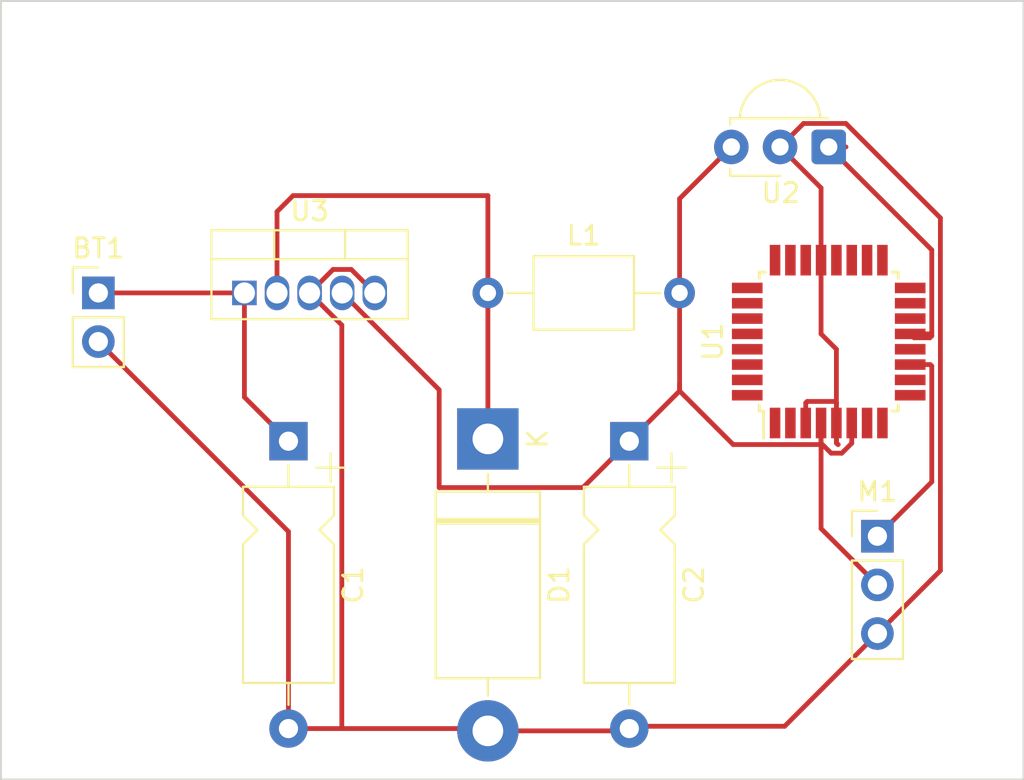
<source format=kicad_pcb>
(kicad_pcb (version 20221018) (generator pcbnew)
  (layers (0 "F.Cu" signal) (31 "B.Cu" signal) (34 "B.Paste" user) (35 "F.Paste" user) (36 "B.SilkS" user "B.Silkscreen") (37 "F.SilkS" user "F.Silkscreen") (38 "B.Mask" user) (39 "F.Mask" user) (44 "Edge.Cuts" user))
  (net 0 "")
  (net 1 "Net-(BT1-+)")
  (net 2 "Net-(BT1--)")
  (net 3 "Net-(M1-+)")
  (net 4 "Net-(D1-K)")
  (net 5 "Net-(M1-PWM)")
  (net 13 "Net-(U1-PB1)")
  (footprint "Inductor_THT:L_Axial_L5.0mm_D3.6mm_P10.00mm_Horizontal_Murata_BL01RN1A2A2" (layer "F.Cu") (at 149.86 104.14)
    (fp_text reference "L1" (at 5 -3) (layer "F.SilkS"))
    (fp_text value "100microH")
    (fp_line (start 1 0) (end 2.38 0) (stroke (width 0.12)) (layer "F.SilkS"))
    (fp_line (start 2.38 -1.92) (end 2.38 1.92) (stroke (width 0.12)) (layer "F.SilkS"))
    (fp_line (start 2.38 1.92) (end 7.62 1.92) (stroke (width 0.12)) (layer "F.SilkS"))
    (fp_line (start 7.62 -1.92) (end 2.38 -1.92) (stroke (width 0.12)) (layer "F.SilkS"))
    (fp_line (start 7.62 1.92) (end 7.62 -1.92) (stroke (width 0.12)) (layer "F.SilkS"))
    (fp_line (start 9 0) (end 7.62 0) (stroke (width 0.12)) (layer "F.SilkS"))
    (pad "1" thru_hole circle (at 0 0) (size 1.6 1.6) (drill 0.85) (layers "*.Cu" "*.Mask") (net 4 "Net-(D1-K)"))
    (pad "2" thru_hole oval (at 10 0) (size 1.6 1.6) (drill 0.85) (layers "*.Cu" "*.Mask") (net 3 "Net-(M1-+)"))
  )
  (footprint "Package_TO_SOT_THT:TO-220-5_Vertical" (layer "F.Cu") (at 137.16 104.14)
    (fp_text reference "U3" (at 3.4 -4.27) (layer "F.SilkS"))
    (fp_text value "LM2576T-5")
    (fp_line (start -1.721 -3.27) (end -1.721 1.371) (stroke (width 0.12)) (layer "F.SilkS"))
    (fp_line (start -1.721 -3.27) (end 8.52 -3.27) (stroke (width 0.12)) (layer "F.SilkS"))
    (fp_line (start -1.721 -1.76) (end 8.52 -1.76) (stroke (width 0.12)) (layer "F.SilkS"))
    (fp_line (start -1.721 1.371) (end 8.52 1.371) (stroke (width 0.12)) (layer "F.SilkS"))
    (fp_line (start 1.55 -3.27) (end 1.55 -1.76) (stroke (width 0.12)) (layer "F.SilkS"))
    (fp_line (start 5.25 -3.27) (end 5.25 -1.76) (stroke (width 0.12)) (layer "F.SilkS"))
    (fp_line (start 8.52 -3.27) (end 8.52 1.371) (stroke (width 0.12)) (layer "F.SilkS"))
    (pad "1" thru_hole rect (at 0 0) (size 1.275 1.275) (drill 1.1) (layers "*.Cu" "*.Mask") (net 1 "Net-(BT1-+)"))
    (pad "2" thru_hole oval (at 1.7 0) (size 1.275 1.8) (drill 1.1) (layers "*.Cu" "*.Mask") (net 4 "Net-(D1-K)"))
    (pad "3" thru_hole oval (at 3.4 0) (size 1.275 1.8) (drill 1.1) (layers "*.Cu" "*.Mask") (net 2 "Net-(BT1--)"))
    (pad "4" thru_hole oval (at 5.1 0) (size 1.275 1.8) (drill 1.1) (layers "*.Cu" "*.Mask") (net 3 "Net-(M1-+)"))
    (pad "5" thru_hole oval (at 6.8 0) (size 1.275 1.8) (drill 1.1) (layers "*.Cu" "*.Mask") (net 2 "Net-(BT1--)"))
  )
  (footprint "OptoDevice:Vishay_MINICAST-3Pin" (layer "F.Cu") (at 167.64 96.52 180)
    (fp_text reference "U2" (at 2.5 -2.4) (layer "F.SilkS"))
    (fp_text value "TSSP58P38")
    (fp_line (start 5.14 -1.51) (end 2.54 -1.51) (stroke (width 0.12)) (layer "F.SilkS"))
    (fp_line (start 5.14 -1.16) (end 5.14 -1.51) (stroke (width 0.12)) (layer "F.SilkS"))
    (fp_line (start 5.14 1.16) (end 5.14 1.5) (stroke (width 0.12)) (layer "F.SilkS"))
    (fp_line (start 5.14 1.5) (end 0.05 1.5) (stroke (width 0.12)) (layer "F.SilkS"))
    (fp_arc (start 4.64 1.5) (mid 2.540869 3.502379) (end 0.440083 1.501736) (stroke (width 0.12)) (layer "F.SilkS"))
    (pad "1" thru_hole roundrect (at 0 0 180) (size 1.8 1.8) (drill 0.9) (layers "*.Cu" "*.Mask") (roundrect_rratio 0.139) (net 13 "Net-(U1-PB1)"))
    (pad "2" thru_hole circle (at 2.54 0 180) (size 1.8 1.8) (drill 0.9) (layers "*.Cu" "*.Mask") (net 2 "Net-(BT1--)"))
    (pad "3" thru_hole circle (at 5.08 0 180) (size 1.8 1.8) (drill 0.9) (layers "*.Cu" "*.Mask") (net 3 "Net-(M1-+)"))
  )
  (footprint "Diode_THT:D_DO-201AD_P15.24mm_Horizontal" (layer "F.Cu") (at 149.86 111.76 -90)
    (fp_text reference "D1" (at 7.62 -3.72 90) (layer "F.SilkS"))
    (fp_text value "1N5822")
    (fp_text user "K" (at 0 -2.6 90) (layer "F.SilkS"))
    (fp_line (start 1.84 0) (end 2.75 0) (stroke (width 0.12)) (layer "F.SilkS"))
    (fp_line (start 2.75 -2.72) (end 2.75 2.72) (stroke (width 0.12)) (layer "F.SilkS"))
    (fp_line (start 2.75 2.72) (end 12.49 2.72) (stroke (width 0.12)) (layer "F.SilkS"))
    (fp_line (start 4.175 -2.72) (end 4.175 2.72) (stroke (width 0.12)) (layer "F.SilkS"))
    (fp_line (start 4.295 -2.72) (end 4.295 2.72) (stroke (width 0.12)) (layer "F.SilkS"))
    (fp_line (start 4.415 -2.72) (end 4.415 2.72) (stroke (width 0.12)) (layer "F.SilkS"))
    (fp_line (start 12.49 -2.72) (end 2.75 -2.72) (stroke (width 0.12)) (layer "F.SilkS"))
    (fp_line (start 12.49 2.72) (end 12.49 -2.72) (stroke (width 0.12)) (layer "F.SilkS"))
    (fp_line (start 13.4 0) (end 12.49 0) (stroke (width 0.12)) (layer "F.SilkS"))
    (pad "1" thru_hole rect (at 0 0 270) (size 3.2 3.2) (drill 1.6) (layers "*.Cu" "*.Mask") (net 4 "Net-(D1-K)"))
    (pad "2" thru_hole oval (at 15.24 0 270) (size 3.2 3.2) (drill 1.6) (layers "*.Cu" "*.Mask") (net 2 "Net-(BT1--)"))
  )
  (footprint "Capacitor_THT:CP_Axial_L10.0mm_D4.5mm_P15.00mm_Horizontal" (layer "F.Cu") (at 139.4575 111.88 -90)
    (fp_text reference "C1" (at 7.5 -3.37 90) (layer "F.SilkS"))
    (fp_text value "100mf")
    (fp_line (start 0.63 -2.2) (end 2.13 -2.2) (stroke (width 0.12)) (layer "F.SilkS"))
    (fp_line (start 1.24 0) (end 2.38 0) (stroke (width 0.12)) (layer "F.SilkS"))
    (fp_line (start 1.38 -2.95) (end 1.38 -1.45) (stroke (width 0.12)) (layer "F.SilkS"))
    (fp_line (start 2.38 -2.37) (end 2.38 2.37) (stroke (width 0.12)) (layer "F.SilkS"))
    (fp_line (start 2.38 -2.37) (end 3.88 -2.37) (stroke (width 0.12)) (layer "F.SilkS"))
    (fp_line (start 2.38 2.37) (end 3.88 2.37) (stroke (width 0.12)) (layer "F.SilkS"))
    (fp_line (start 3.88 -2.37) (end 4.63 -1.62) (stroke (width 0.12)) (layer "F.SilkS"))
    (fp_line (start 3.88 2.37) (end 4.63 1.62) (stroke (width 0.12)) (layer "F.SilkS"))
    (fp_line (start 4.63 -1.62) (end 5.38 -2.37) (stroke (width 0.12)) (layer "F.SilkS"))
    (fp_line (start 4.63 1.62) (end 5.38 2.37) (stroke (width 0.12)) (layer "F.SilkS"))
    (fp_line (start 5.38 -2.37) (end 12.62 -2.37) (stroke (width 0.12)) (layer "F.SilkS"))
    (fp_line (start 5.38 2.37) (end 12.62 2.37) (stroke (width 0.12)) (layer "F.SilkS"))
    (fp_line (start 12.62 -2.37) (end 12.62 2.37) (stroke (width 0.12)) (layer "F.SilkS"))
    (fp_line (start 13.76 0) (end 12.62 0) (stroke (width 0.12)) (layer "F.SilkS"))
    (pad "1" thru_hole rect (at 0 0 270) (size 2 2) (drill 1) (layers "*.Cu" "*.Mask") (net 1 "Net-(BT1-+)"))
    (pad "2" thru_hole oval (at 15 0 270) (size 2 2) (drill 1) (layers "*.Cu" "*.Mask") (net 2 "Net-(BT1--)"))
  )
  (footprint "Connector_PinHeader_2.54mm:PinHeader_1x02_P2.54mm_Vertical" (layer "F.Cu") (at 129.54 104.14)
    (fp_text reference "BT1" (at 0 -2.33) (layer "F.SilkS"))
    (fp_text value "12V")
    (fp_line (start -1.33 -1.33) (end 0 -1.33) (stroke (width 0.12)) (layer "F.SilkS"))
    (fp_line (start -1.33 0) (end -1.33 -1.33) (stroke (width 0.12)) (layer "F.SilkS"))
    (fp_line (start -1.33 1.27) (end -1.33 3.87) (stroke (width 0.12)) (layer "F.SilkS"))
    (fp_line (start -1.33 1.27) (end 1.33 1.27) (stroke (width 0.12)) (layer "F.SilkS"))
    (fp_line (start -1.33 3.87) (end 1.33 3.87) (stroke (width 0.12)) (layer "F.SilkS"))
    (fp_line (start 1.33 1.27) (end 1.33 3.87) (stroke (width 0.12)) (layer "F.SilkS"))
    (pad "1" thru_hole rect (at 0 0) (size 1.7 1.7) (drill 1) (layers "*.Cu" "*.Mask") (net 1 "Net-(BT1-+)"))
    (pad "2" thru_hole oval (at 0 2.54) (size 1.7 1.7) (drill 1) (layers "*.Cu" "*.Mask") (net 2 "Net-(BT1--)"))
  )
  (footprint "Capacitor_THT:CP_Axial_L10.0mm_D4.5mm_P15.00mm_Horizontal" (layer "F.Cu") (at 157.2375 111.88 -90)
    (fp_text reference "C2" (at 7.5 -3.37 90) (layer "F.SilkS"))
    (fp_text value "1000mf")
    (fp_line (start 0.63 -2.2) (end 2.13 -2.2) (stroke (width 0.12)) (layer "F.SilkS"))
    (fp_line (start 1.24 0) (end 2.38 0) (stroke (width 0.12)) (layer "F.SilkS"))
    (fp_line (start 1.38 -2.95) (end 1.38 -1.45) (stroke (width 0.12)) (layer "F.SilkS"))
    (fp_line (start 2.38 -2.37) (end 2.38 2.37) (stroke (width 0.12)) (layer "F.SilkS"))
    (fp_line (start 2.38 -2.37) (end 3.88 -2.37) (stroke (width 0.12)) (layer "F.SilkS"))
    (fp_line (start 2.38 2.37) (end 3.88 2.37) (stroke (width 0.12)) (layer "F.SilkS"))
    (fp_line (start 3.88 -2.37) (end 4.63 -1.62) (stroke (width 0.12)) (layer "F.SilkS"))
    (fp_line (start 3.88 2.37) (end 4.63 1.62) (stroke (width 0.12)) (layer "F.SilkS"))
    (fp_line (start 4.63 -1.62) (end 5.38 -2.37) (stroke (width 0.12)) (layer "F.SilkS"))
    (fp_line (start 4.63 1.62) (end 5.38 2.37) (stroke (width 0.12)) (layer "F.SilkS"))
    (fp_line (start 5.38 -2.37) (end 12.62 -2.37) (stroke (width 0.12)) (layer "F.SilkS"))
    (fp_line (start 5.38 2.37) (end 12.62 2.37) (stroke (width 0.12)) (layer "F.SilkS"))
    (fp_line (start 12.62 -2.37) (end 12.62 2.37) (stroke (width 0.12)) (layer "F.SilkS"))
    (fp_line (start 13.76 0) (end 12.62 0) (stroke (width 0.12)) (layer "F.SilkS"))
    (pad "1" thru_hole rect (at 0 0 270) (size 2 2) (drill 1) (layers "*.Cu" "*.Mask") (net 3 "Net-(M1-+)"))
    (pad "2" thru_hole oval (at 15 0 270) (size 2 2) (drill 1) (layers "*.Cu" "*.Mask") (net 2 "Net-(BT1--)"))
  )
  (footprint "Connector_PinHeader_2.54mm:PinHeader_1x03_P2.54mm_Vertical" (layer "F.Cu") (at 170.18 116.84)
    (fp_text reference "M1" (at 0 -2.33) (layer "F.SilkS"))
    (fp_text value "Motor_Servo")
    (fp_line (start -1.33 -1.33) (end 0 -1.33) (stroke (width 0.12)) (layer "F.SilkS"))
    (fp_line (start -1.33 0) (end -1.33 -1.33) (stroke (width 0.12)) (layer "F.SilkS"))
    (fp_line (start -1.33 1.27) (end -1.33 6.41) (stroke (width 0.12)) (layer "F.SilkS"))
    (fp_line (start -1.33 1.27) (end 1.33 1.27) (stroke (width 0.12)) (layer "F.SilkS"))
    (fp_line (start -1.33 6.41) (end 1.33 6.41) (stroke (width 0.12)) (layer "F.SilkS"))
    (fp_line (start 1.33 1.27) (end 1.33 6.41) (stroke (width 0.12)) (layer "F.SilkS"))
    (pad "1" thru_hole rect (at 0 0) (size 1.7 1.7) (drill 1) (layers "*.Cu" "*.Mask") (net 5 "Net-(M1-PWM)"))
    (pad "2" thru_hole oval (at 0 2.54) (size 1.7 1.7) (drill 1) (layers "*.Cu" "*.Mask") (net 3 "Net-(M1-+)"))
    (pad "3" thru_hole oval (at 0 5.08) (size 1.7 1.7) (drill 1) (layers "*.Cu" "*.Mask") (net 2 "Net-(BT1--)"))
  )
  (footprint "Package_QFP:TQFP-32_7x7mm_P0.8mm" (layer "F.Cu") (at 167.64 106.68 90)
    (fp_text reference "U1" (at 0 -6.05 90) (layer "F.SilkS"))
    (fp_text value "ATmega328P-A")
    (fp_line (start -3.625 -3.625) (end -3.625 -3.4) (stroke (width 0.15)) (layer "F.SilkS"))
    (fp_line (start -3.625 -3.625) (end -3.3 -3.625) (stroke (width 0.15)) (layer "F.SilkS"))
    (fp_line (start -3.625 -3.4) (end -5.05 -3.4) (stroke (width 0.15)) (layer "F.SilkS"))
    (fp_line (start -3.625 3.625) (end -3.625 3.3) (stroke (width 0.15)) (layer "F.SilkS"))
    (fp_line (start -3.625 3.625) (end -3.3 3.625) (stroke (width 0.15)) (layer "F.SilkS"))
    (fp_line (start 3.625 -3.625) (end 3.3 -3.625) (stroke (width 0.15)) (layer "F.SilkS"))
    (fp_line (start 3.625 -3.625) (end 3.625 -3.3) (stroke (width 0.15)) (layer "F.SilkS"))
    (fp_line (start 3.625 3.625) (end 3.3 3.625) (stroke (width 0.15)) (layer "F.SilkS"))
    (fp_line (start 3.625 3.625) (end 3.625 3.3) (stroke (width 0.15)) (layer "F.SilkS"))
    (pad "1" smd rect (at -4.25 -2.8 90) (size 1.6 0.55) (layers "F.Cu" "F.Paste" "F.Mask"))
    (pad "2" smd rect (at -4.25 -2 90) (size 1.6 0.55) (layers "F.Cu" "F.Paste" "F.Mask"))
    (pad "3" smd rect (at -4.25 -1.2 90) (size 1.6 0.55) (layers "F.Cu" "F.Paste" "F.Mask") (net 2 "Net-(BT1--)"))
    (pad "4" smd rect (at -4.25 -0.4 90) (size 1.6 0.55) (layers "F.Cu" "F.Paste" "F.Mask") (net 3 "Net-(M1-+)"))
    (pad "5" smd rect (at -4.25 0.4 90) (size 1.6 0.55) (layers "F.Cu" "F.Paste" "F.Mask") (net 2 "Net-(BT1--)"))
    (pad "6" smd rect (at -4.25 1.2 90) (size 1.6 0.55) (layers "F.Cu" "F.Paste" "F.Mask") (net 3 "Net-(M1-+)"))
    (pad "7" smd rect (at -4.25 2 90) (size 1.6 0.55) (layers "F.Cu" "F.Paste" "F.Mask"))
    (pad "8" smd rect (at -4.25 2.8 90) (size 1.6 0.55) (layers "F.Cu" "F.Paste" "F.Mask"))
    (pad "9" smd rect (at -2.8 4.25 180) (size 1.6 0.55) (layers "F.Cu" "F.Paste" "F.Mask"))
    (pad "10" smd rect (at -2 4.25 180) (size 1.6 0.55) (layers "F.Cu" "F.Paste" "F.Mask"))
    (pad "11" smd rect (at -1.2 4.25 180) (size 1.6 0.55) (layers "F.Cu" "F.Paste" "F.Mask") (net 5 "Net-(M1-PWM)"))
    (pad "12" smd rect (at -0.4 4.25 180) (size 1.6 0.55) (layers "F.Cu" "F.Paste" "F.Mask"))
    (pad "13" smd rect (at 0.4 4.25 180) (size 1.6 0.55) (layers "F.Cu" "F.Paste" "F.Mask") (net 13 "Net-(U1-PB1)"))
    (pad "14" smd rect (at 1.2 4.25 180) (size 1.6 0.55) (layers "F.Cu" "F.Paste" "F.Mask"))
    (pad "15" smd rect (at 2 4.25 180) (size 1.6 0.55) (layers "F.Cu" "F.Paste" "F.Mask"))
    (pad "16" smd rect (at 2.8 4.25 180) (size 1.6 0.55) (layers "F.Cu" "F.Paste" "F.Mask"))
    (pad "17" smd rect (at 4.25 2.8 90) (size 1.6 0.55) (layers "F.Cu" "F.Paste" "F.Mask"))
    (pad "18" smd rect (at 4.25 2 90) (size 1.6 0.55) (layers "F.Cu" "F.Paste" "F.Mask"))
    (pad "19" smd rect (at 4.25 1.2 90) (size 1.6 0.55) (layers "F.Cu" "F.Paste" "F.Mask"))
    (pad "20" smd rect (at 4.25 0.4 90) (size 1.6 0.55) (layers "F.Cu" "F.Paste" "F.Mask"))
    (pad "21" smd rect (at 4.25 -0.4 90) (size 1.6 0.55) (layers "F.Cu" "F.Paste" "F.Mask") (net 2 "Net-(BT1--)"))
    (pad "22" smd rect (at 4.25 -1.2 90) (size 1.6 0.55) (layers "F.Cu" "F.Paste" "F.Mask"))
    (pad "23" smd rect (at 4.25 -2 90) (size 1.6 0.55) (layers "F.Cu" "F.Paste" "F.Mask"))
    (pad "24" smd rect (at 4.25 -2.8 90) (size 1.6 0.55) (layers "F.Cu" "F.Paste" "F.Mask"))
    (pad "25" smd rect (at 2.8 -4.25 180) (size 1.6 0.55) (layers "F.Cu" "F.Paste" "F.Mask"))
    (pad "26" smd rect (at 2 -4.25 180) (size 1.6 0.55) (layers "F.Cu" "F.Paste" "F.Mask"))
    (pad "27" smd rect (at 1.2 -4.25 180) (size 1.6 0.55) (layers "F.Cu" "F.Paste" "F.Mask"))
    (pad "28" smd rect (at 0.4 -4.25 180) (size 1.6 0.55) (layers "F.Cu" "F.Paste" "F.Mask"))
    (pad "29" smd rect (at -0.4 -4.25 180) (size 1.6 0.55) (layers "F.Cu" "F.Paste" "F.Mask"))
    (pad "30" smd rect (at -1.2 -4.25 180) (size 1.6 0.55) (layers "F.Cu" "F.Paste" "F.Mask"))
    (pad "31" smd rect (at -2 -4.25 180) (size 1.6 0.55) (layers "F.Cu" "F.Paste" "F.Mask"))
    (pad "32" smd rect (at -2.8 -4.25 180) (size 1.6 0.55) (layers "F.Cu" "F.Paste" "F.Mask"))
  )
  (gr_rect (start 124.46 88.9) (end 177.8 129.54) (stroke (width 0.1)) (fill none) (layer "Edge.Cuts"))
  (segment (start 137.16 109.5825) (end 139.4575 111.88) (width 0.25) (layer "F.Cu") (net 1))
  (segment (start 137.16 104.14) (end 137.16 109.5825) (width 0.25) (layer "F.Cu") (net 1))
  (segment (start 129.54 104.14) (end 137.16 104.14) (width 0.25) (layer "F.Cu") (net 1))
  (segment (start 168.135 112.055) (end 168.04 111.96) (width 0.25) (layer "F.Cu") (net 2))
  (segment (start 173.465 118.635) (end 173.465 100.225012) (width 0.25) (layer "F.Cu") (net 2))
  (segment (start 166.325 95.295) (end 165.1 96.52) (width 0.25) (layer "F.Cu") (net 2))
  (segment (start 157.7225 126.76) (end 165.34 126.76) (width 0.25) (layer "F.Cu") (net 2))
  (segment (start 168.04 109.88) (end 168.04 110.93) (width 0.25) (layer "F.Cu") (net 2))
  (segment (start 166.44 109.88) (end 166.515 109.805) (width 0.25) (layer "F.Cu") (net 2))
  (segment (start 167.24 106.28) (end 168.04 107.08) (width 0.25) (layer "F.Cu") (net 2))
  (segment (start 170.18 121.92) (end 173.465 118.635) (width 0.25) (layer "F.Cu") (net 2))
  (segment (start 166.44 110.93) (end 166.44 109.88) (width 0.25) (layer "F.Cu") (net 2))
  (segment (start 166.515 109.805) (end 167.965 109.805) (width 0.25) (layer "F.Cu") (net 2))
  (segment (start 141.785 102.915) (end 140.56 104.14) (width 0.25) (layer "F.Cu") (net 2))
  (segment (start 157.4825 127) (end 157.7225 126.76) (width 0.25) (layer "F.Cu") (net 2))
  (segment (start 142.735 102.915) (end 141.785 102.915) (width 0.25) (layer "F.Cu") (net 2))
  (segment (start 165.34 126.76) (end 170.18 121.92) (width 0.25) (layer "F.Cu") (net 2))
  (segment (start 168.115 112.055) (end 168.04 111.98) (width 0.25) (layer "F.Cu") (net 2))
  (segment (start 168.04 111.96) (end 168.04 110.93) (width 0.25) (layer "F.Cu") (net 2))
  (segment (start 143.96 104.14) (end 142.735 102.915) (width 0.25) (layer "F.Cu") (net 2))
  (segment (start 139.4575 126.88) (end 139.4575 116.5975) (width 0.25) (layer "F.Cu") (net 2))
  (segment (start 142.24 126.88) (end 149.74 126.88) (width 0.25) (layer "F.Cu") (net 2))
  (segment (start 167.965 109.805) (end 168.04 109.88) (width 0.25) (layer "F.Cu") (net 2))
  (segment (start 142.24 105.82) (end 142.24 126.88) (width 0.25) (layer "F.Cu") (net 2))
  (segment (start 168.04 111.98) (end 168.04 110.93) (width 0.25) (layer "F.Cu") (net 2))
  (segment (start 167.24 102.43) (end 167.24 106.28) (width 0.25) (layer "F.Cu") (net 2))
  (segment (start 167.24 98.66) (end 167.24 102.43) (width 0.25) (layer "F.Cu") (net 2))
  (segment (start 149.86 127) (end 157.4825 127) (width 0.25) (layer "F.Cu") (net 2))
  (segment (start 140.56 104.14) (end 142.24 105.82) (width 0.25) (layer "F.Cu") (net 2))
  (segment (start 139.4575 126.88) (end 142.24 126.88) (width 0.25) (layer "F.Cu") (net 2))
  (segment (start 168.04 107.08) (end 168.04 110.93) (width 0.25) (layer "F.Cu") (net 2))
  (segment (start 168.534988 95.295) (end 166.325 95.295) (width 0.25) (layer "F.Cu") (net 2))
  (segment (start 173.465 100.225012) (end 168.534988 95.295) (width 0.25) (layer "F.Cu") (net 2))
  (segment (start 149.74 126.88) (end 149.86 127) (width 0.25) (layer "F.Cu") (net 2))
  (segment (start 165.1 96.52) (end 167.24 98.66) (width 0.25) (layer "F.Cu") (net 2))
  (segment (start 139.4575 116.5975) (end 129.54 106.68) (width 0.25) (layer "F.Cu") (net 2))
  (segment (start 147.32 109.2) (end 147.32 114.3) (width 0.25) (layer "F.Cu") (net 3))
  (segment (start 162.6575 112.055) (end 167.165 112.055) (width 0.25) (layer "F.Cu") (net 3))
  (segment (start 159.86 99.22) (end 159.86 104.14) (width 0.25) (layer "F.Cu") (net 3))
  (segment (start 159.86 109.2575) (end 162.6575 112.055) (width 0.25) (layer "F.Cu") (net 3))
  (segment (start 168.321396 112.505) (end 168.84 111.986396) (width 0.25) (layer "F.Cu") (net 3))
  (segment (start 147.32 114.3) (end 154.8175 114.3) (width 0.25) (layer "F.Cu") (net 3))
  (segment (start 167.765 112.505) (end 168.321396 112.505) (width 0.25) (layer "F.Cu") (net 3))
  (segment (start 159.86 109.2575) (end 159.86 108.885) (width 0.25) (layer "F.Cu") (net 3))
  (segment (start 167.165 112.055) (end 167.24 111.98) (width 0.25) (layer "F.Cu") (net 3))
  (segment (start 159.86 109.2575) (end 157.2375 111.88) (width 0.25) (layer "F.Cu") (net 3))
  (segment (start 167.24 116.44) (end 167.24 110.93) (width 0.25) (layer "F.Cu") (net 3))
  (segment (start 167.24 111.98) (end 167.765 112.505) (width 0.25) (layer "F.Cu") (net 3))
  (segment (start 159.86 104.14) (end 159.86 109.2575) (width 0.25) (layer "F.Cu") (net 3))
  (segment (start 154.8175 114.3) (end 157.2375 111.88) (width 0.25) (layer "F.Cu") (net 3))
  (segment (start 170.18 119.38) (end 167.24 116.44) (width 0.25) (layer "F.Cu") (net 3))
  (segment (start 142.26 104.14) (end 147.32 109.2) (width 0.25) (layer "F.Cu") (net 3))
  (segment (start 167.24 110.93) (end 167.24 111.98) (width 0.25) (layer "F.Cu") (net 3))
  (segment (start 162.56 96.52) (end 159.86 99.22) (width 0.25) (layer "F.Cu") (net 3))
  (segment (start 168.84 111.986396) (end 168.84 110.93) (width 0.25) (layer "F.Cu") (net 3))
  (segment (start 138.86 104.14) (end 138.86 99.9) (width 0.25) (layer "F.Cu") (net 4))
  (segment (start 149.86 99.06) (end 149.86 104.14) (width 0.25) (layer "F.Cu") (net 4))
  (segment (start 139.7 99.06) (end 149.86 99.06) (width 0.25) (layer "F.Cu") (net 4))
  (segment (start 138.86 99.9) (end 139.7 99.06) (width 0.25) (layer "F.Cu") (net 4))
  (segment (start 149.86 111.76) (end 149.86 104.14) (width 0.25) (layer "F.Cu") (net 4))
  (segment (start 173.015 107.955) (end 172.94 107.88) (width 0.25) (layer "F.Cu") (net 5))
  (segment (start 172.94 107.88) (end 171.89 107.88) (width 0.25) (layer "F.Cu") (net 5))
  (segment (start 170.18 116.84) (end 173.015 114.005) (width 0.25) (layer "F.Cu") (net 5))
  (segment (start 173.015 114.005) (end 173.015 107.955) (width 0.25) (layer "F.Cu") (net 5))
  (segment (start 172.94 106.28) (end 173.015 106.205) (width 0.25) (layer "F.Cu") (net 13))
  (segment (start 173.015 101.895) (end 173.015 106.385) (width 0.25) (layer "F.Cu") (net 13))
  (segment (start 172.92 106.48) (end 172.09 106.48) (width 0.25) (layer "F.Cu") (net 13))
  (segment (start 173.015 106.385) (end 172.92 106.48) (width 0.25) (layer "F.Cu") (net 13))
  (segment (start 173.015 106.355) (end 172.94 106.28) (width 0.25) (layer "F.Cu") (net 13))
  (segment (start 172.09 106.48) (end 171.89 106.28) (width 0.25) (layer "F.Cu") (net 13))
  (segment (start 167.64 96.52) (end 168.539999 96.52) (width 0.25) (layer "F.Cu") (net 13))
  (segment (start 167.64 96.52) (end 173.015 101.895) (width 0.25) (layer "F.Cu") (net 13))
  (segment (start 172.94 106.28) (end 171.89 106.28) (width 0.25) (layer "F.Cu") (net 13))
)
</source>
